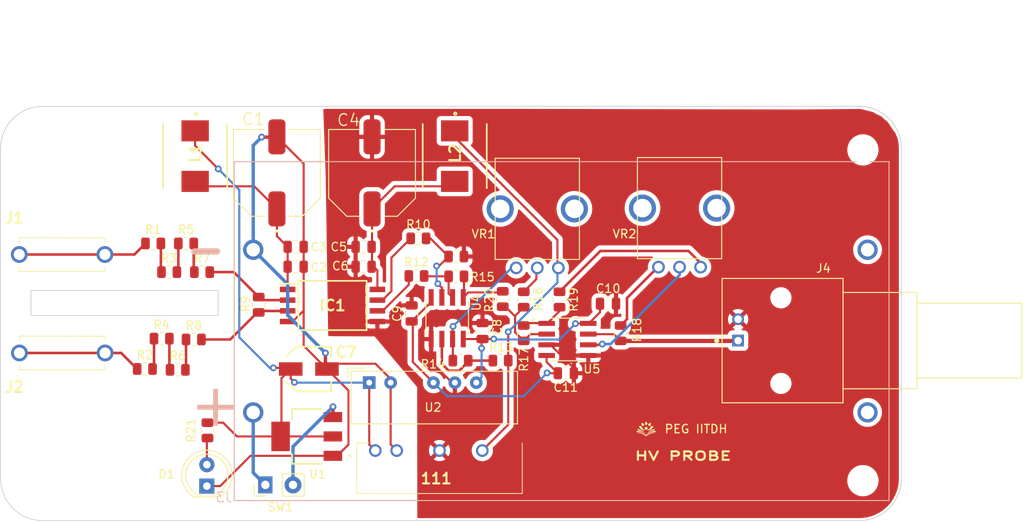
<source format=kicad_pcb>
(kicad_pcb (version 20221018) (generator pcbnew)
  (layers (0 "F.Cu" signal) (31 "B.Cu" signal) (34 "B.Paste" user) (35 "F.Paste" user) (36 "B.SilkS" user "B.Silkscreen") (37 "F.SilkS" user "F.Silkscreen") (38 "B.Mask" user) (39 "F.Mask" user) (44 "Edge.Cuts" user))
  (net 0 "")
  (net 1 "+5V")
  (net 2 "GND")
  (net 3 "+5V-a")
  (net 4 "Net-(D1-A)")
  (net 5 "+15V")
  (net 6 "GND1")
  (net 7 "+5V_re")
  (net 8 "+5V_le")
  (net 9 "Net-(R1-Pad2)")
  (net 10 "Net-(R2-Pad2)")
  (net 11 "Net-(R3-Pad2)")
  (net 12 "Net-(R4-Pad2)")
  (net 13 "Net-(R5-Pad2)")
  (net 14 "Net-(R6-Pad2)")
  (net 15 "Net-(IC1-VINP)")
  (net 16 "Net-(IC1-VINN)")
  (net 17 "Net-(J1-Pin_1)")
  (net 18 "-5V")
  (net 19 "+7V from battery")
  (net 20 "Net-(J2-Pin_1)")
  (net 21 "-15V")
  (net 22 "V-iso")
  (net 23 "V+iso")
  (net 24 "Net-(J4-In)")
  (net 25 "Net-(U4-POSA)")
  (net 26 "Net-(U4-NEGA)")
  (net 27 "Net-(U4-NEGB)")
  (net 28 "Net-(U4-OUTA)")
  (net 29 "Net-(R18-Pad1)")
  (net 30 "Net-(R19-Pad1)")
  (net 31 "Net-(U5-NEGA)")
  (net 32 "Net-(U5-OUTA)")
  (net 33 "Net-(SW1-B)")
  (net 34 "Net-(R20-Pad2)")
  (net 35 "Net-(U5-NEGB)")
  (footprint "22uf:EEE0GA101SR" (layer "F.Cu") (at 133.51625 111.11)
    (fp_text reference "C7" (at 4.42 -1.99) (layer "F.SilkS") (effects (font (size 1.27 1.27) (thickness 0.254))))
    (fp_text value "22uF" hide)
    (pad "1" smd rect (at -2.15 0 90) (size 1.6 2.8) (layers "F.Cu" "F.Paste" "F.Mask") (net 7 "+5V_re"))
    (pad "2" smd rect (at 2.15 0 90) (size 1.6 2.8) (layers "F.Cu" "F.Paste" "F.Mask") (net 6 "GND1"))
  )
  (footprint "MountingHole:MountingHole_3.2mm_M3" (layer "F.Cu") (at 102.01625 85.11)
    (fp_text reference "H1" hide)
    (fp_text value "MountingHole")
    (pad "" np_thru_hole circle (at 0 0) (size 3.2 3.2) (drill 3.2) (layers "*.Cu" "*.Mask"))
  )
  (footprint "banana jack:1050752001" (layer "F.Cu") (at 99.17625 109.205)
    (fp_text reference "J2" (at -0.61 4.045 180) (layer "F.SilkS") (effects (font (size 1.27 1.27) (thickness 0.254))))
    (fp_text value "Conn_01x01_Male" hide)
    (pad "1" thru_hole circle (at 0 0) (size 1.981 1.981) (drill 1.3208) (layers "*.Cu" "*.Mask") (net 20 "Net-(J2-Pin_1)"))
    (pad "1" thru_hole circle (at 10.16 0) (size 1.981 1.981) (drill 1.3208) (layers "*.Cu" "*.Mask") (net 20 "Net-(J2-Pin_1)"))
  )
  (footprint "Capacitor_SMD:C_0805_2012Metric" (layer "F.Cu") (at 145.71625 104.51 -90)
    (fp_text reference "C9" (at 0.02 1.72 90) (layer "F.SilkS"))
    (fp_text value "0.1uF")
    (pad "1" smd roundrect (at -0.95 0 270) (size 1 1.45) (layers "F.Cu" "F.Paste" "F.Mask") (net 2 "GND"))
    (pad "2" smd roundrect (at 0.95 0 270) (size 1 1.45) (layers "F.Cu" "F.Paste" "F.Mask") (net 21 "-15V"))
  )
  (footprint "coaxial:TE_227161-1" (layer "F.Cu") (at 184.45625 107.74 -90)
    (fp_text reference "J4" (at -8.57 -10.13 -180) (layer "F.SilkS") (effects (font (size 1.001016 1.001016))))
    (fp_text value "Conn_Coaxial")
    (pad "" np_thru_hole circle (at -5.08 -5.08 270) (size 2.01 2.01) (drill 2.01) (layers "*.Cu" "*.Mask"))
    (pad "" np_thru_hole circle (at 5.08 -5.08 270) (size 2.01 2.01) (drill 2.01) (layers "*.Cu" "*.Mask"))
    (pad "1" thru_hole rect (at 0 0 270) (size 1.398 1.398) (drill 0.89) (layers "*.Cu" "*.Mask") (net 24 "Net-(J4-In)"))
    (pad "2" thru_hole circle (at -2.54 0 270) (size 1.398 1.398) (drill 0.89) (layers "*.Cu" "*.Mask") (net 2 "GND"))
  )
  (footprint "MountingHole:MountingHole_3.2mm_M3" (layer "F.Cu") (at 102.01625 124.11)
    (fp_text reference "H2" hide)
    (fp_text value "MountingHole")
    (pad "" np_thru_hole circle (at 0 0) (size 3.2 3.2) (drill 3.2) (layers "*.Cu" "*.Mask"))
  )
  (footprint "Resistor_SMD:R_0805_2012Metric" (layer "F.Cu") (at 121.48625 118.39 -90)
    (fp_text reference "R21" (at 0 1.95 90) (layer "F.SilkS"))
    (fp_text value "4.7k")
    (pad "1" smd roundrect (at -0.9125 0 270) (size 1.025 1.4) (layers "F.Cu" "F.Paste" "F.Mask") (roundrect_rratio 0.243902439) (net 7 "+5V_re"))
    (pad "2" smd roundrect (at 0.9125 0 270) (size 1.025 1.4) (layers "F.Cu" "F.Paste" "F.Mask") (roundrect_rratio 0.243902439) (net 4 "Net-(D1-A)"))
  )
  (footprint "Resistor_SMD:R_0805_2012Metric" (layer "F.Cu") (at 114.05625 111.105)
    (fp_text reference "R2" (at 0 -1.65) (layer "F.SilkS"))
    (fp_text value "0.25Meg")
    (pad "1" smd roundrect (at -0.9125 0) (size 1.025 1.4) (layers "F.Cu" "F.Paste" "F.Mask") (roundrect_rratio 0.243902439) (net 20 "Net-(J2-Pin_1)"))
    (pad "2" smd roundrect (at 0.9125 0) (size 1.025 1.4) (layers "F.Cu" "F.Paste" "F.Mask") (roundrect_rratio 0.243902439) (net 10 "Net-(R2-Pad2)"))
  )
  (footprint "Resistor_SMD:R_0805_2012Metric" (layer "F.Cu") (at 156.52625 102.8 -90)
    (fp_text reference "R16" (at 0 -4.22 90) (layer "F.SilkS"))
    (fp_text value "50k")
    (pad "1" smd roundrect (at -0.9125 0 270) (size 1.025 1.4) (layers "F.Cu" "F.Paste" "F.Mask") (roundrect_rratio 0.243902439) (net 28 "Net-(U4-OUTA)"))
    (pad "2" smd roundrect (at 0.9125 0 270) (size 1.025 1.4) (layers "F.Cu" "F.Paste" "F.Mask") (roundrect_rratio 0.243902439) (net 31 "Net-(U5-NEGA)"))
  )
  (footprint "banana jack:1050752001" (layer "F.Cu") (at 99.15375 97.52)
    (fp_text reference "J1" (at -0.5875 -4.36) (layer "F.SilkS") (effects (font (size 1.27 1.27) (thickness 0.254))))
    (fp_text value "Conn_01x01_Male" hide)
    (pad "1" thru_hole circle (at 0 0) (size 1.981 1.981) (drill 1.3208) (layers "*.Cu" "*.Mask") (net 17 "Net-(J1-Pin_1)"))
    (pad "1" thru_hole circle (at 10.16 0) (size 1.981 1.981) (drill 1.3208) (layers "*.Cu" "*.Mask") (net 17 "Net-(J1-Pin_1)"))
  )
  (footprint "MountingHole:MountingHole_3.2mm_M3" (layer "F.Cu") (at 199.26625 85.11)
    (fp_text reference "H4" hide)
    (fp_text value "MountingHole")
    (pad "" np_thru_hole circle (at 0 0) (size 3.2 3.2) (drill 3.2) (layers "*.Cu" "*.Mask"))
  )
  (footprint "logo:IITDh logo" (layer "F.Cu") (at 173.53625 118.212113)
    (fp_text reference "G***" hide)
    (fp_text value "LOGO" hide)
  )
  (footprint "Resistor_SMD:R_0805_2012Metric" (layer "F.Cu") (at 151.51625 110.11 180)
    (fp_text reference "R14" (at 3.28 -0.43) (layer "F.SilkS"))
    (fp_text value "50k")
    (pad "1" smd roundrect (at -0.9125 0 180) (size 1.025 1.4) (layers "F.Cu" "F.Paste" "F.Mask") (roundrect_rratio 0.243902439) (net 27 "Net-(U4-NEGB)"))
    (pad "2" smd roundrect (at 0.9125 0 180) (size 1.025 1.4) (layers "F.Cu" "F.Paste" "F.Mask") (roundrect_rratio 0.243902439) (net 18 "-5V"))
  )
  (footprint "Capacitor_SMD:C_0805_2012Metric" (layer "F.Cu") (at 140.01625 98.97 180)
    (fp_text reference "C6" (at 2.76 0.09) (layer "F.SilkS"))
    (fp_text value "0.01uF")
    (pad "1" smd roundrect (at -0.95 0 180) (size 1 1.45) (layers "F.Cu" "F.Paste" "F.Mask") (net 3 "+5V-a"))
    (pad "2" smd roundrect (at 0.95 0 180) (size 1 1.45) (layers "F.Cu" "F.Paste" "F.Mask") (net 2 "GND"))
  )
  (footprint "Resistor_SMD:R_0805_2012Metric" (layer "F.Cu") (at 159.01625 102.86 90)
    (fp_text reference "R20" (at -0.08 -4.09 90) (layer "F.SilkS"))
    (fp_text value "50k")
    (pad "1" smd roundrect (at -0.9125 0 90) (size 1.025 1.4) (layers "F.Cu" "F.Paste" "F.Mask") (roundrect_rratio 0.243902439) (net 31 "Net-(U5-NEGA)"))
    (pad "2" smd roundrect (at 0.9125 0 90) (size 1.025 1.4) (layers "F.Cu" "F.Paste" "F.Mask") (roundrect_rratio 0.243902439) (net 34 "Net-(R20-Pad2)"))
  )
  (footprint "Resistor_SMD:R_0805_2012Metric" (layer "F.Cu") (at 151.01625 100.11)
    (fp_text reference "R15" (at 3.1 0.08) (layer "F.SilkS"))
    (fp_text value "50k")
    (pad "1" smd roundrect (at -0.9125 0) (size 1.025 1.4) (layers "F.Cu" "F.Paste" "F.Mask") (roundrect_rratio 0.243902439) (net 26 "Net-(U4-NEGA)"))
    (pad "2" smd roundrect (at 0.9125 0) (size 1.025 1.4) (layers "F.Cu" "F.Paste" "F.Mask") (roundrect_rratio 0.243902439) (net 28 "Net-(U4-OUTA)"))
  )
  (footprint "MountingHole:MountingHole_3.2mm_M3" (layer "F.Cu") (at 199.26625 124.36)
    (fp_text reference "H3" hide)
    (fp_text value "MountingHole")
    (pad "" np_thru_hole circle (at 0 0) (size 3.2 3.2) (drill 3.2) (layers "*.Cu" "*.Mask"))
  )
  (footprint "Resistor_SMD:R_0805_2012Metric" (layer "F.Cu") (at 156.26625 110.11 180)
    (fp_text reference "R13" (at -0.07 1.59) (layer "F.SilkS"))
    (fp_text value "50k")
    (pad "1" smd roundrect (at -0.9125 0 180) (size 1.025 1.4) (layers "F.Cu" "F.Paste" "F.Mask") (roundrect_rratio 0.243902439) (net 8 "+5V_le"))
    (pad "2" smd roundrect (at 0.9125 0 180) (size 1.025 1.4) (layers "F.Cu" "F.Paste" "F.Mask") (roundrect_rratio 0.243902439) (net 27 "Net-(U4-NEGB)"))
  )
  (footprint "Resistor_SMD:R_0805_2012Metric" (layer "F.Cu") (at 163.26625 102.86 -90)
    (fp_text reference "R19" (at 0 -1.65 90) (layer "F.SilkS"))
    (fp_text value "50k")
    (pad "1" smd roundrect (at -0.9125 0 270) (size 1.025 1.4) (layers "F.Cu" "F.Paste" "F.Mask") (roundrect_rratio 0.243902439) (net 30 "Net-(R19-Pad1)"))
    (pad "2" smd roundrect (at 0.9125 0 270) (size 1.025 1.4) (layers "F.Cu" "F.Paste" "F.Mask") (roundrect_rratio 0.243902439) (net 32 "Net-(U5-OUTA)"))
  )
  (footprint "470uf:CAPAE1030X1050N" (layer "F.Cu") (at 129.72625 87.835 90)
    (fp_text reference "C1" (at 6.385 -2.79 180) (layer "F.SilkS") (effects (font (size 1.4 1.4))))
    (fp_text value "470uF")
    (pad "1" smd roundrect (at -4.275 0 90) (size 4.16 2.03) (layers "F.Cu" "F.Paste" "F.Mask") (net 1 "+5V"))
    (pad "2" smd roundrect (at 4.275 0 90) (size 4.16 2.03) (layers "F.Cu" "F.Paste" "F.Mask") (net 6 "GND1"))
  )
  (footprint "LF353:SOIC127P599X175-8N" (layer "F.Cu") (at 149.93625 105.085 -90)
    (fp_text reference "U4" (at -1.865 -3.46 90) (layer "F.SilkS"))
    (fp_text value "LF353M")
    (pad "1" smd roundrect (at -2.47 -1.905 270) (size 1.97 0.6) (layers "F.Cu" "F.Paste" "F.Mask") (roundrect_rratio 0.07) (net 28 "Net-(U4-OUTA)"))
    (pad "2" smd roundrect (at -2.47 -0.635 270) (size 1.97 0.6) (layers "F.Cu" "F.Paste" "F.Mask") (roundrect_rratio 0.07) (net 26 "Net-(U4-NEGA)"))
    (pad "3" smd roundrect (at -2.47 0.635 270) (size 1.97 0.6) (layers "F.Cu" "F.Paste" "F.Mask") (roundrect_rratio 0.07) (net 25 "Net-(U4-POSA)"))
    (pad "4" smd roundrect (at -2.47 1.905 270) (size 1.97 0.6) (layers "F.Cu" "F.Paste" "F.Mask") (roundrect_rratio 0.07) (net 21 "-15V"))
    (pad "5" smd roundrect (at 2.47 1.905 270) (size 1.97 0.6) (layers "F.Cu" "F.Paste" "F.Mask") (roundrect_rratio 0.07) (net 2 "GND"))
    (pad "6" smd roundrect (at 2.47 0.635 270) (size 1.97 0.6) (layers "F.Cu" "F.Paste" "F.Mask") (roundrect_rratio 0.07) (net 27 "Net-(U4-NEGB)"))
    (pad "7" smd roundrect (at 2.47 -0.635 270) (size 1.97 0.6) (layers "F.Cu" "F.Paste" "F.Mask") (roundrect_rratio 0.07) (net 18 "-5V"))
    (pad "8" smd roundrect (at 2.47 -1.905 270) (size 1.97 0.6) (layers "F.Cu" "F.Paste" "F.Mask") (roundrect_rratio 0.07) (net 5 "+15V"))
  )
  (footprint "trim:PTV09" (layer "F.Cu") (at 160.62625 99.10475)
    (fp_text reference "VR1" (at -6.39 -4.01475) (layer "F.SilkS"))
    (fp_text value "PTV09A-4225F-B104")
    (pad "1" thru_hole circle (at -2.5 0) (size 1.508 1.508) (drill 1) (layers "*.Cu" "*.Mask") (net 18 "-5V"))
    (pad "2" thru_hole circle (at 0 0) (size 1.508 1.508) (drill 1) (layers "*.Cu" "*.Mask") (net 34 "Net-(R20-Pad2)"))
    (pad "3" thru_hole circle (at 2.5 0) (size 1.508 1.508) (drill 1) (layers "*.Cu" "*.Mask") (net 8 "+5V_le"))
    (pad "NC1" thru_hole circle (at -4.4 -7) (size 3.216 3.216) (drill 2.2) (layers "*.Cu" "*.Mask"))
    (pad "NC2" thru_hole circle (at 4.4 -7) (size 3.216 3.216) (drill 2.2) (layers "*.Cu" "*.Mask"))
  )
  (footprint "470uf:CAPAE1030X1050N" (layer "F.Cu") (at 141.01625 87.835 90)
    (fp_text reference "C4" (at 6.265 -2.79 180) (layer "F.SilkS") (effects (font (size 1.4 1.4))))
    (fp_text value "470uF")
    (pad "1" smd roundrect (at -4.275 0 90) (size 4.16 2.03) (layers "F.Cu" "F.Paste" "F.Mask") (net 3 "+5V-a"))
    (pad "2" smd roundrect (at 4.275 0 90) (size 4.16 2.03) (layers "F.Cu" "F.Paste" "F.Mask") (net 2 "GND"))
  )
  (footprint "LF353:SOIC127P599X175-8N" (layer "F.Cu") (at 164.20625 107.6)
    (fp_text reference "U5" (at 2.9 3.51) (layer "F.SilkS"))
    (fp_text value "LF353M")
    (pad "1" smd roundrect (at -2.47 -1.905) (size 1.97 0.6) (layers "F.Cu" "F.Paste" "F.Mask") (roundrect_rratio 0.07) (net 32 "Net-(U5-OUTA)"))
    (pad "2" smd roundrect (at -2.47 -0.635) (size 1.97 0.6) (layers "F.Cu" "F.Paste" "F.Mask") (roundrect_rratio 0.07) (net 31 "Net-(U5-NEGA)"))
    (pad "3" smd roundrect (at -2.47 0.635) (size 1.97 0.6) (layers "F.Cu" "F.Paste" "F.Mask") (roundrect_rratio 0.07) (net 2 "GND"))
    (pad "4" smd roundrect (at -2.47 1.905) (size 1.97 0.6) (layers "F.Cu" "F.Paste" "F.Mask") (roundrect_rratio 0.07) (net 21 "-15V"))
    (pad "5" smd roundrect (at 2.47 1.905) (size 1.97 0.6) (layers "F.Cu" "F.Paste" "F.Mask") (roundrect_rratio 0.07) (net 2 "GND"))
    (pad "6" smd roundrect (at 2.47 0.635) (size 1.97 0.6) (layers "F.Cu" "F.Paste" "F.Mask") (roundrect_rratio 0.07) (net 35 "Net-(U5-NEGB)"))
    (pad "7" smd roundrect (at 2.47 -0.635) (size 1.97 0.6) (layers "F.Cu" "F.Paste" "F.Mask") (roundrect_rratio 0.07) (net 24 "Net-(J4-In)"))
    (pad "8" smd roundrect (at 2.47 -1.905) (size 1.97 0.6) (layers "F.Cu" "F.Paste" "F.Mask") (roundrect_rratio 0.07) (net 5 "+15V"))
  )
  (footprint "Resistor_SMD:R_0805_2012Metric" (layer "F.Cu") (at 146.28625 100.07)
    (fp_text reference "R12" (at 0 -1.65) (layer "F.SilkS"))
    (fp_text value "50k")
    (pad "1" smd roundrect (at -0.9125 0) (size 1.025 1.4) (layers "F.Cu" "F.Paste" "F.Mask") (roundrect_rratio 0.243902439) (net 22 "V-iso"))
    (pad "2" smd roundrect (at 0.9125 0) (size 1.025 1.4) (layers "F.Cu" "F.Paste" "F.Mask") (roundrect_rratio 0.243902439) (net 26 "Net-(U4-NEGA)"))
  )
  (footprint "Resistor_SMD:R_0805_2012Metric" (layer "F.Cu") (at 146.51625 95.61)
    (fp_text reference "R10" (at 0 -1.65) (layer "F.SilkS"))
    (fp_text value "50k")
    (pad "1" smd roundrect (at -0.9125 0) (size 1.025 1.4) (layers "F.Cu" "F.Paste" "F.Mask") (roundrect_rratio 0.243902439) (net 23 "V+iso"))
    (pad "2" smd roundrect (at 0.9125 0) (size 1.025 1.4) (layers "F.Cu" "F.Paste" "F.Mask") (roundrect_rratio 0.243902439) (net 25 "Net-(U4-POSA)"))
  )
  (footprint "LED_THT:LED_D5.0mm" (layer "F.Cu") (at 121.41625 125 90)
    (fp_text reference "D1" (at 1.41 -4.79) (layer "F.SilkS"))
    (fp_text value "LED")
    (pad "1" thru_hole rect (at 0 0 90) (size 1.8 1.8) (drill 0.9) (layers "*.Cu" "*.Mask") (net 6 "GND1"))
    (pad "2" thru_hole circle (at 2.54 0 90) (size 1.8 1.8) (drill 0.9) (layers "*.Cu" "*.Mask") (net 4 "Net-(D1-A)"))
  )
  (footprint "Converter_DCDC:Converter_DCDC_Murata_NMAxxxxSC_THT" (layer "F.Cu") (at 140.68375 112.7275 90)
    (fp_text reference "U2" (at -2.9325 7.5725) (layer "F.SilkS"))
    (fp_text value "5-15v")
    (pad "1" thru_hole rect (at 0 0 90) (size 1.5 1.5) (drill 0.7) (layers "*.Cu" "*.Mask") (net 7 "+5V_re"))
    (pad "2" thru_hole oval (at 0 2.54 90) (size 1.5 1.5) (drill 0.7) (layers "*.Cu" "*.Mask") (net 6 "GND1"))
    (pad "3" thru_hole oval (at 0 7.62 90) (size 1.5 1.5) (drill 0.7) (layers "*.Cu" "*.Mask") (net 21 "-15V"))
    (pad "4" thru_hole oval (at 0 10.16 90) (size 1.5 1.5) (drill 0.7) (layers "*.Cu" "*.Mask") (net 2 "GND"))
    (pad "5" thru_hole oval (at 0 12.7 90) (size 1.5 1.5) (drill 0.7) (layers "*.Cu" "*.Mask") (net 5 "+15V"))
  )
  (footprint "Resistor_SMD:R_0805_2012Metric" (layer "F.Cu") (at 117.95625 111.205)
    (fp_text reference "R6" (at 0 -1.65) (layer "F.SilkS"))
    (fp_text value "0.25Meg")
    (pad "1" smd roundrect (at -0.9125 0) (size 1.025 1.4) (layers "F.Cu" "F.Paste" "F.Mask") (roundrect_rratio 0.243902439) (net 12 "Net-(R4-Pad2)"))
    (pad "2" smd roundrect (at 0.9125 0) (size 1.025 1.4) (layers "F.Cu" "F.Paste" "F.Mask") (roundrect_rratio 0.243902439) (net 14 "Net-(R6-Pad2)"))
  )
  (footprint "Resistor_SMD:R_0805_2012Metric" (layer "F.Cu") (at 120.84375 99.61)
    (fp_text reference "R7" (at 0 -1.65) (layer "F.SilkS"))
    (fp_text value "0.25Meg")
    (pad "1" smd roundrect (at -0.9125 0) (size 1.025 1.4) (layers "F.Cu" "F.Paste" "F.Mask") (roundrect_rratio 0.243902439) (net 13 "Net-(R5-Pad2)"))
    (pad "2" smd roundrect (at 0.9125 0) (size 1.025 1.4) (layers "F.Cu" "F.Paste" "F.Mask") (roundrect_rratio 0.243902439) (net 15 "Net-(IC1-VINP)"))
  )
  (footprint "Capacitor_SMD:C_0805_2012Metric" (layer "F.Cu") (at 154.12625 106.6 -90)
    (fp_text reference "C8" (at -0.46 -1.74 90) (layer "F.SilkS"))
    (fp_text value "0.1uF")
    (pad "1" smd roundrect (at -0.95 0 270) (size 1 1.45) (layers "F.Cu" "F.Paste" "F.Mask") (net 2 "GND"))
    (pad "2" smd roundrect (at 0.95 0 270) (size 1 1.45) (layers "F.Cu" "F.Paste" "F.Mask") (net 5 "+15V"))
  )
  (footprint "Capacitor_SMD:C_0805_2012Metric" (layer "F.Cu") (at 164.01625 111.61 180)
    (fp_text reference "C11" (at 0.01 -1.68) (layer "F.SilkS"))
    (fp_text value "0.1uF")
    (pad "1" smd roundrect (at -0.95 0 180) (size 1 1.45) (layers "F.Cu" "F.Paste" "F.Mask") (net 2 "GND"))
    (pad "2" smd roundrect (at 0.95 0 180) (size 1 1.45) (layers "F.Cu" "F.Paste" "F.Mask") (net 21 "-15V"))
  )
  (footprint "Resistor_SMD:R_0805_2012Metric" (layer "F.Cu") (at 116.94375 99.61)
    (fp_text reference "R3" (at 0 -1.65) (layer "F.SilkS"))
    (fp_text value "0.25Meg")
    (pad "1" smd roundrect (at -0.9125 0) (size 1.025 1.4) (layers "F.Cu" "F.Paste" "F.Mask") (roundrect_rratio 0.243902439) (net 9 "Net-(R1-Pad2)"))
    (pad "2" smd roundrect (at 0.9125 0) (size 1.025 1.4) (layers "F.Cu" "F.Paste" "F.Mask") (roundrect_rratio 0.243902439) (net 11 "Net-(R3-Pad2)"))
  )
  (footprint "AMC1301:SOIC127P1150X280-8N" (layer "F.Cu") (at 136.32625 103.57)
    (fp_text reference "IC1" (at 0 0) (layer "F.SilkS") (effects (font (size 1.27 1.27) (thickness 0.254))))
    (fp_text value "AMC1301SDWV" hide)
    (pad "1" smd rect (at -5.325 -1.905 90) (size 0.65 1.85) (layers "F.Cu" "F.Paste" "F.Mask") (net 1 "+5V"))
    (pad "2" smd rect (at -5.325 -0.635 90) (size 0.65 1.85) (layers "F.Cu" "F.Paste" "F.Mask") (net 15 "Net-(IC1-VINP)"))
    (pad "3" smd rect (at -5.325 0.635 90) (size 0.65 1.85) (layers "F.Cu" "F.Paste" "F.Mask") (net 16 "Net-(IC1-VINN)"))
    (pad "4" smd rect (at -5.325 1.905 90) (size 0.65 1.85) (layers "F.Cu" "F.Paste" "F.Mask") (net 6 "GND1"))
    (pad "5" smd rect (at 5.325 1.905 90) (size 0.65 1.85) (layers "F.Cu" "F.Paste" "F.Mask") (net 2 "GND"))
    (pad "6" smd rect (at 5.325 0.635 90) (size 0.65 1.85) (layers "F.Cu" "F.Paste" "F.Mask") (net 22 "V-iso"))
    (pad "7" smd rect (at 5.325 -0.635 90) (size 0.65 1.85) (layers "F.Cu" "F.Paste" "F.Mask") (net 23 "V+iso"))
    (pad "8" smd rect (at 5.325 -1.905 90) (size 0.65 1.85) (layers "F.Cu" "F.Paste" "F.Mask") (net 3 "+5V-a"))
  )
  (footprint "Capacitor_SMD:C_0805_2012Metric" (layer "F.Cu") (at 131.95125 96.61)
    (fp_text reference "C3" (at 2.745 0.03) (layer "F.SilkS"))
    (fp_text value "0.01uF")
    (pad "1" smd roundrect (at -0.95 0) (size 1 1.45) (layers "F.Cu" "F.Paste" "F.Mask") (net 1 "+5V"))
    (pad "2" smd roundrect (at 0.95 0) (size 1 1.45) (layers "F.Cu" "F.Paste" "F.Mask") (net 6 "GND1"))
  )
  (footprint "Resistor_SMD:R_0805_2012Metric" (layer "F.Cu") (at 170.51625 106.86 -90)
    (fp_text reference "R18" (at -0.38 -1.94 90) (layer "F.SilkS"))
    (fp_text value "50k")
    (pad "1" smd roundrect (at -0.9125 0 270) (size 1.025 1.4) (layers "F.Cu" "F.Paste" "F.Mask") (roundrect_rratio 0.243902439) (net 29 "Net-(R18-Pad1)"))
    (pad "2" smd roundrect (at 0.9125 0 270) (size 1.025 1.4) (layers "F.Cu" "F.Paste" "F.Mask") (roundrect_rratio 0.243902439) (net 24 "Net-(J4-In)"))
  )
  (footprint "inductor:DR74" (layer "F.Cu") (at 120.02625 85.846 -90)
    (fp_text reference "L1" (at -0.347 -0.054 -90) (layer "F.SilkS") (effects (font (size 1.27 1.27) (thickness 0.254))))
    (fp_text value "1mH" hide)
    (pad "1" smd rect (at -3 0 270) (size 2.5 3.25) (layers "F.Cu" "F.Paste" "F.Mask") (net 7 "+5V_re"))
    (pad "2" smd rect (at 3 0 270) (size 2.5 3.25) (layers "F.Cu" "F.Paste" "F.Mask") (net 1 "+5V"))
  )
  (footprint "Resistor_SMD:R_0805_2012Metric" (layer "F.Cu") (at 159.01625 106.86 90)
    (fp_text reference "R17" (at -3.11 0.01 90) (layer "F.SilkS"))
    (fp_text value "50k")
    (pad "1" smd roundrect (at -0.9125 0 90) (size 1.025 1.4) (layers "F.Cu" "F.Paste" "F.Mask") (roundrect_rratio 0.243902439) (net 31 "Net-(U5-NEGA)"))
    (pad "2" smd roundrect (at 0.9125 0 90) (size 1.025 1.4) (layers "F.Cu" "F.Paste" "F.Mask") (roundrect_rratio 0.243902439) (net 32 "Net-(U5-OUTA)"))
  )
  (footprint "inductor:DR74" (layer "F.Cu") (at 150.82625 85.846 -90)
    (fp_text reference "L2" (at -0.347 -0.054 -90) (layer "F.SilkS") (effects (font (size 1.27 1.27) (thickness 0.254))))
    (fp_text value "1mH" hide)
    (pad "1" smd rect (at -3 0 270) (size 2.5 3.25) (layers "F.Cu" "F.Paste" "F.Mask") (net 8 "+5V_le"))
    (pad "2" smd rect (at 3 0 270) (size 2.5 3.25) (layers "F.Cu" "F.Paste" "F.Mask") (net 3 "+5V-a"))
  )
  (footprint "5v-5v:B0505LS1WR3" (layer "F.Cu") (at 141.40125 120.785)
    (fp_text reference "111" (at 7.235 3.325) (layer "F.SilkS") (effects (font (size 1.27 1.27) (thickness 0.254))))
    (fp_text value "B0505LS-1WR3" hide)
    (pad "1" thru_hole circle (at 0 0) (size 1.5 1.5) (drill 1) (layers "*.Cu" "*.Mask") (net 7 "+5V_re"))
    (pad "2" thru_hole circle (at 2.54 0) (size 1.5 1.5) (drill 1) (layers "*.Cu" "*.Mask") (net 6 "GND1"))
    (pad "4" thru_hole circle (at 7.62 0) (size 1.5 1.5) (drill 1) (layers "*.Cu" "*.Mask") (net 2 "GND"))
    (pad "6" thru_hole circle (at 12.7 0) (size 1.5 1.5) (drill 1) (layers "*.Cu" "*.Mask") (net 8 "+5V_le"))
  )
  (footprint "Capacitor_SMD:C_0805_2012Metric" (layer "F.Cu") (at 131.95125 98.97)
    (fp_text reference "C2" (at 2.735 0.07) (layer "F.SilkS"))
    (fp_text value "0.1uF")
    (pad "1" smd roundrect (at -0.95 0) (size 1 1.45) (layers "F.Cu" "F.Paste" "F.Mask") (net 1 "+5V"))
    (pad "2" smd roundrect (at 0.95 0) (size 1 1.45) (layers "F.Cu" "F.Paste" "F.Mask") (net 6 "GND1"))
  )
  (footprint "Connector_PinHeader_2.54mm:PinHeader_1x02_P2.54mm_Vertical" (layer "F.Cu") (at 128.35625 124.855 90)
    (fp_text reference "SW1" (at -2.625 1.78) (layer "F.SilkS"))
    (fp_text value "SW_SPST")
    (pad "1" thru_hole rect (at 0 0 90) (size 2 1.7) (drill 1) (layers "*.Cu" "*.Mask") (net 19 "+7V from battery"))
    (pad "2" thru_hole circle (at -0.01 3.28 90) (size 2 2) (drill 1) (layers "*.Cu" "*.Mask") (net 33 "Net-(SW1-B)"))
  )
  (footprint "Resistor_SMD:R_0805_2012Metric" (layer "F.Cu") (at 116.05625 107.505)
    (fp_text reference "R4" (at 0 -1.65) (layer "F.SilkS"))
    (fp_text value "0.25Meg")
    (pad "1" smd roundrect (at -0.9125 0) (size 1.025 1.4) (layers "F.Cu" "F.Paste" "F.Mask") (roundrect_rratio 0.243902439) (net 10 "Net-(R2-Pad2)"))
    (pad "2" smd roundrect (at 0.9125 0) (size 1.025 1.4) (layers "F.Cu" "F.Paste" "F.Mask") (roundrect_rratio 0.243902439) (net 12 "Net-(R4-Pad2)"))
  )
  (footprint "Capacitor_SMD:C_0805_2012Metric" (layer "F.Cu") (at 140.01625 96.61 180)
    (fp_text reference "C5" (at 2.95 -0.01) (layer "F.SilkS"))
    (fp_text value "0.1uF")
    (pad "1" smd roundrect (at -0.95 0 180) (size 1 1.45) (layers "F.Cu" "F.Paste" "F.Mask") (net 3 "+5V-a"))
    (pad "2" smd roundrect (at 0.95 0 180) (size 1 1.45) (layers "F.Cu" "F.Paste" "F.Mask") (net 2 "GND"))
  )
  (footprint "Resistor_SMD:R_0805_2012Metric" (layer "F.Cu") (at 115.04375 96.21)
    (fp_text reference "R1" (at 0 -1.65) (layer "F.SilkS"))
    (fp_text value "0.25Meg")
    (pad "1" smd roundrect (at -0.9125 0) (size 1.025 1.4) (layers "F.Cu" "F.Paste" "F.Mask") (roundrect_rratio 0.243902439) (net 17 "Net-(J1-Pin_1)"))
    (pad "2" smd roundrect (at 0.9125 0) (size 1.025 1.4) (layers "F.Cu" "F.Paste" "F.Mask") (roundrect_rratio 0.243902439) (net 9 "Net-(R1-Pad2)"))
  )
  (footprint "LDO:SOT230P700X185-4N" (layer "F.Cu") (at 133.26625 119.11 180)
    (fp_text reference "U1" (at -1.275 -4.485) (layer "F.SilkS"))
    (fp_text value "AZ1117IH-3.3TRG1")
    (pad "1" smd rect (at -3.1 -2.3 180) (size 2.2 1.2) (layers "F.Cu" "F.Paste" "F.Mask") (net 6 "GND1"))
    (pad "2" smd rect (at -3.1 0 180) (size 2.2 1.2) (layers "F.Cu" "F.Paste" "F.Mask") (net 7 "+5V_re"))
    (pad "3" smd rect (at -3.1 2.3 180) (size 2.2 1.2) (layers "F.Cu" "F.Paste" "F.Mask") (net 33 "Net-(SW1-B)"))
    (pad "4" smd rect (at 3.1 0 180) (size 2.2 3.5) (layers "F.Cu" "F.Paste" "F.Mask") (net 7 "+5V_re"))
  )
  (footprint "Resistor_SMD:R_0805_2012Metric" (layer "F.Cu") (at 118.94375 96.21)
    (fp_text reference "R5" (at 0 -1.65) (layer "F.SilkS"))
    (fp_text value "0.25Meg")
    (pad "1" smd roundrect (at -0.9125 0) (size 1.025 1.4) (layers "F.Cu" "F.Paste" "F.Mask") (roundrect_rratio 0.243902439) (net 11 "Net-(R3-Pad2)"))
    (pad "2" smd roundrect (at 0.9125 0) (size 1.025 1.4) (layers "F.Cu" "F.Paste" "F.Mask") (roundrect_rratio 0.243902439) (net 13 "Net-(R5-Pad2)"))
  )
  (footprint "Capacitor_SMD:C_0805_2012Metric" (layer "F.Cu") (at 169.01625 103.36 180)
    (fp_text reference "C10" (at -0.02 1.8) (layer "F.SilkS"))
    (fp_text value "0.1uF")
    (pad "1" smd roundrect (at -0.95 0 180) (size 1 1.45) (layers "F.Cu" "F.Paste" "F.Mask") (net 2 "GND"))
    (pad "2" smd roundrect (at 0.95 0 180) (size 1 1.45) (layers "F.Cu" "F.Paste" "F.Mask") (net 5 "+15V"))
  )
  (footprint "trim:PTV09" (layer "F.Cu") (at 177.50625 99.01475)
    (fp_text reference "VR2" (at -6.53 -3.93475) (layer "F.SilkS"))
    (fp_text value "PTV09A-4225F-B104")
    (pad "1" thru_hole circle (at -2.5 0) (size 1.508 1.508) (drill 1) (layers "*.Cu" "*.Mask") (net 29 "Net-(R18-Pad1)"))
    (pad "2" thru_hole circle (at 0 0) (size 1.508 1.508) (drill 1) (layers "*.Cu" "*.Mask") (net 35 "Net-(U5-NEGB)"))
    (pad "3" thru_hole circle (at 2.5 0) (size 1.508 1.508) (drill 1) (layers "*.Cu" "*.Mask") (net 30 "Net-(R19-Pad1)"))
    (pad "NC1" thru_hole circle (at -4.4 -7) (size 3.216 3.216) (drill 2.2) (layers "*.Cu" "*.Mask"))
    (pad "NC2" thru_hole circle (at 4.4 -7) (size 3.216 3.216) (drill 2.2) (layers "*.Cu" "*.Mask"))
  )
  (footprint "Resistor_SMD:R_0805_2012Metric" (layer "F.Cu") (at 127.56625 103.4825 -90)
    (fp_text reference "R9" (at -0.0825 1.55 90) (layer "F.SilkS"))
    (fp_text value "1k")
    (pad "1" smd roundrect (at -0.9125 0 270) (size 1.025 1.4) (layers "F.Cu" "F.Paste" "F.Mask") (roundrect_rratio 0.243902439) (net 15 "Net-(IC1-VINP)"))
    (pad "2" smd roundrect (at 0.9125 0 270) (size 1.025 1.4) (layers "F.Cu" "F.Paste" "F.Mask") (roundrect_rratio 0.243902439) (net 16 "Net-(IC1-VINN)"))
  )
  (footprint "Resistor_SMD:R_0805_2012Metric" (layer "F.Cu") (at 151.00625 97.76)
    (fp_text reference "R11" hide)
    (fp_text value "50k")
    (pad "1" smd roundrect (at -0.9125 0) (size 1.025 1.4) (layers "F.Cu" "F.Paste" "F.Mask") (roundrect_rratio 0.243902439) (net 25 "Net-(U4-POSA)"))
    (pad "2" smd roundrect (at 0.9125 0) (size 1.025 1.4) (layers "F.Cu" "F.Paste" "F.Mask") (roundrect_rratio 0.243902439) (net 2 "GND"))
  )
  (footprint "Resistor_SMD:R_0805_2012Metric" (layer "F.Cu") (at 119.85625 107.605)
    (fp_text reference "R8" (at 0 -1.65) (layer "F.SilkS"))
    (fp_text value "0.25Meg")
    (pad "1" smd roundrect (at -0.9125 0) (size 1.025 1.4) (layers "F.Cu" "F.Paste" "F.Mask") (roundrect_rratio 0.243902439) (net 14 "Net-(R6-Pad2)"))
    (pad "2" smd roundrect (at 0.9125 0) (size 1.025 1.4) (layers "F.Cu" "F.Paste" "F.Mask") (roundrect_rratio 0.243902439) (net 16 "Net-(IC1-VINN)"))
  )
  (footprint "2S-18650-Holder:BAT_BK-18650-PC4" (layer "B.Cu") (at 163.51625 106.61)
    (fp_text reference "J3" (at -39 20.41 180) (layer "B.SilkS") (effects (font (size 1.1684 1.1684) (thickness 0.1016)) (justify left bottom mirror)))
    (fp_text value "Conn_01x02_Male")
    (fp_text user "+" (at -44 6 180 unlocked) (layer "B.SilkS") (effects (font (size 5 5) (thickness 0.1)) (justify left bottom mirror)))
    (fp_text user "-" (at -44.899796 -11 180 unlocked) (layer "B.SilkS") (effects (font (size 3 3.5) (thickness 0.75) bold) (justify left bottom mirror)))
    (pad "1" thru_hole circle (at -36.6 9.65) (size 2.4 2.4) (drill 1.6) (layers "*.Cu" "*.Mask") (net 19 "+7V from battery"))
    (pad "2" thru_hole circle (at -36.6 -9.65) (size 2.4 2.4) (drill 1.6) (layers "*.Cu" "*.Mask") (net 6 "GND1"))
    (pad "3" thru_hole circle (at 36.3 -9.65) (size 2.4 2.4) (drill 1.6) (layers "*.Cu" "*.Mask"))
    (pad "3" thru_hole circle (at 36.3 9.65) (size 2.4 2.4) (drill 1.6) (layers "*.Cu" "*.Mask"))
  )
  (gr_arc (start 101.93625 129.1) (mid 98.400716 127.635534) (end 96.93625 124.1) (stroke (width 0.1)) (layer "Edge.Cuts"))
  (gr_arc (start 96.93625 84.94) (mid 98.400719 81.404484) (end 101.93625 79.94) (stroke (width 0.1)) (layer "Edge.Cuts"))
  (gr_line (start 198.83625 129.1) (end 101.93625 129.1) (stroke (width 0.1)) (layer "Edge.Cuts"))
  (gr_line (start 101.93625 79.94) (end 198.83625 79.94) (stroke (width 0.1)) (layer "Edge.Cuts"))
  (gr_arc (start 203.83625 124.1) (mid 202.371784 127.635534) (end 198.83625 129.1) (stroke (width 0.1)) (layer "Edge.Cuts"))
  (gr_rect (start 100.53625 101.77) (end 122.75625 104.77) (stroke (width 0.1)) (fill none) (layer "Edge.Cuts"))
  (gr_arc (start 198.83625 79.94) (mid 202.371784 81.404466) (end 203.83625 84.94) (stroke (width 0.1)) (layer "Edge.Cuts"))
  (gr_line (start 203.83625 84.94) (end 203.83625 124.1) (stroke (width 0.1)) (layer "Edge.Cuts"))
  (gr_line (start 96.93625 124.1) (end 96.93625 84.94) (stroke (width 0.1)) (layer "Edge.Cuts"))
  (gr_text "PEG IITDH\n" (at 175.65625 118.81) (layer "F.SilkS") (effects (font (size 1 1)) (justify left bottom)))
  (gr_text "HV PROBE" (at 172.04625 122.02) (layer "F.SilkS") (effects (font (size 1 1.5) (thickness 0.25) bold) (justify left bottom)))
  (segment (start 120.01625 89.4294) (end 127.04565 89.4294) (width 0.25) (layer "F.Cu") (net 1))
  (segment (start 127.04565 89.4294) (end 129.72625 92.11) (width 0.25) (layer "F.Cu") (net 1))
  (segment (start 131.00125 98.97) (end 131.00125 101.665) (width 0.25) (layer "F.Cu") (net 1))
  (segment (start 131.00125 96.61) (end 131.00125 98.97) (width 0.25) (layer "F.Cu") (net 1))
  (segment (start 129.72625 92.11) (end 129.72625 95.335) (width 0.25) (layer "F.Cu") (net 1))
  (segment (start 129.72625 95.335) (end 131.00125 96.61) (width 0.25) (layer "F.Cu") (net 1))
  (segment (start 150.50375 112.7275) (end 150.84375 112.7275) (width 0.25) (layer "F.Cu") (net 2))
  (segment (start 148.03125 107.555) (end 148.01625 107.57) (width 0.25) (layer "F.Cu") (net 2))
  (segment (start 148.01625 110.24) (end 150.50375 112.7275) (width 0.25) (layer "F.Cu") (net 2))
  (segment (start 161.73625 108.235) (end 162.186266 108.235) (width 0.25) (layer "F.Cu") (net 2))
  (segment (start 164.96625 111.014984) (end 164.96625 111.61) (width 0.25) (layer "F.Cu") (net 2))
  (segment (start 148.01625 107.57) (end 148.01625 110.24) (width 0.25) (layer "F.Cu") (net 2))
  (segment (start 162.186266 108.235) (end 164.96625 111.014984) (width 0.25) (layer "F.Cu") (net 2))
  (segment (start 141.01625 98.77) (end 141.65125 99.405) (width 0.25) (layer "F.Cu") (net 3))
  (segment (start 141.65125 99.405) (end 141.65125 101.665) (width 0.25) (layer "F.Cu") (net 3))
  (segment (start 141.01625 92.11) (end 143.69685 89.4294) (width 0.25) (layer "F.Cu") (net 3))
  (segment (start 141.01625 92.11) (end 141.01625 98.77) (width 0.25) (layer "F.Cu") (net 3))
  (segment (start 143.69685 89.4294) (end 151.01625 89.4294) (width 0.25) (layer "F.Cu") (net 3))
  (segment (start 121.48625 119.3025) (end 121.41625 119.3725) (width 0.25) (layer "F.Cu") (net 4))
  (segment (start 121.41625 119.3725) (end 121.41625 122.46) (width 0.25) (layer "F.Cu") (net 4))
  (segment (start 168.06625 104.375) (end 168.06625 103.36) (width 0.25) (layer "F.Cu") (net 5))
  (segment (start 151.84125 107.555) (end 154.12125 107.555) (width 0.25) (layer "F.Cu") (net 5))
  (segment (start 154.12125 107.555) (end 154.12625 107.55) (width 0.25) (layer "F.Cu") (net 5))
  (segment (start 155.45625 107.55) (end 154.12625 107.55) (width 0.25) (layer "F.Cu") (net 5))
  (segment (start 165.15625 105.72) (end 165.17125 105.705) (width 0.25) (layer "F.Cu") (net 5))
  (segment (start 154.01625 108.65) (end 154.01625 107.66) (width 0.25) (layer "F.Cu") (net 5))
  (segment (start 154.01625 107.66) (end 154.12625 107.55) (width 0.25) (layer "F.Cu") (net 5))
  (segment (start 166.73625 105.705) (end 168.06625 104.375) (width 0.25) (layer "F.Cu") (net 5))
  (segment (start 165.17125 105.705) (end 166.73625 105.705) (width 0.25) (layer "F.Cu") (net 5))
  (via (at 165.15625 105.72) (size 0.8) (drill 0.4) (layers "F.Cu" "B.Cu") (net 5))
  (via (at 155.45625 107.55) (size 0.8) (drill 0.4) (layers "F.Cu" "B.Cu") (net 5))
  (via (at 154.01625 108.65) (size 0.8) (drill 0.4) (layers "F.Cu" "B.Cu") (net 5))
  (segment (start 163.26625 107.61) (end 155.51625 107.61) (width 0.25) (layer "B.Cu") (net 5))
  (segment (start 155.51625 107.61) (end 155.45625 107.55) (width 0.25) (layer "B.Cu") (net 5))
  (segment (start 165.15625 105.72) (end 163.26625 107.61) (width 0.25) (layer "B.Cu") (net 5))
  (segment (start 154.01625 112.095) (end 153.38375 112.7275) (width 0.25) (layer "B.Cu") (net 5))
  (segment (start 154.01625 108.65) (end 154.01625 112.095) (width 0.25) (layer "B.Cu") (net 5))
  (segment (start 132.90125 108.345) (end 135.66625 111.11) (width 0.25) (layer "F.Cu") (net 6))
  (segment (start 135.66625 111.11) (end 138.21625 113.66) (width 0.25) (layer "F.Cu") (net 6))
  (segment (start 143.22375 112.7275) (end 143.22375 120.0675) (width 0.25) (layer "F.Cu") (net 6))
  (segment (start 126.58625 121.41) (end 136.36625 121.41) (width 0.25) (layer "F.Cu") (net 6))
  (segment (start 143.22375 112.2875) (end 143.22375 112.7275) (width 0.25) (layer "F.Cu") (net 6))
  (segment (start 127.91625 83.59) (end 129.69625 83.59) (width 0.4) (layer "F.Cu") (net 6))
  (segment (start 132.90125 104.175) (end 132.90125 108.345) (width 0.25) (layer "F.Cu") (net 6))
  (segment (start 129.69625 83.59) (end 129.72625 83.56) (width 0.4) (layer "F.Cu") (net 6))
  (segment (start 138.21625 113.66) (end 138.21625 120.08) (width 0.25) (layer "F.Cu") (net 6))
  (segment (start 136.29625 110.48) (end 141.41625 110.48) (width 0.25) (layer "F.Cu") (net 6))
  (segment (start 122.99625 125) (end 126.58625 121.41) (width 0.25) (layer "F.Cu") (net 6))
  (segment (start 132.90125 86.735) (end 132.90125 96.61) (width 0.25) (layer "F.Cu") (net 6))
  (segment (start 135.48625 109.21) (end 135.48625 110.93) (width 0.4) (layer "F.Cu") (net 6))
  (segment (start 132.90125 98.97) (end 132.90125 104.175) (width 0.25) (layer "F.Cu") (net 6))
  (segment (start 136.88625 121.41) (end 136.36625 121.41) (width 0.25) (layer "F.Cu") (net 6))
  (segment (start 132.90125 104.175) (end 131.60125 105.475) (width 0.25) (layer "F.Cu") (net 6))
  (segment (start 135.48625 110.93) (end 135.66625 111.11) (width 0.4) (layer "F.Cu") (net 6))
  (segment (start 143.22375 120.0675) (end 143.94125 120.785) (width 0.25) (layer "F.Cu") (net 6))
  (segment (start 135.66625 111.11) (end 136.29625 110.48) (width 0.25) (layer "F.Cu") (net 6))
  (segment (start 141.41625 110.48) (end 143.22375 112.2875) (width 0.25) (layer "F.Cu") (net 6))
  (segment (start 129.72625 83.56) (end 132.90125 86.735) (width 0.25) (layer "F.Cu") (net 6))
  (segment (start 138.21625 120.08) (end 136.88625 121.41) (width 0.25) (layer "F.Cu") (net 6))
  (segment (start 121.41625 125) (end 122.99625 125) (width 0.25) (layer "F.Cu") (net 6))
  (segment (start 132.90125 96.61) (end 132.90125 98.97) (width 0.25) (layer "F.Cu") (net 6))
  (segment (start 131.60125 105.475) (end 131.00125 105.475) (width 0.25) (layer "F.Cu") (net 6))
  (via (at 135.48625 109.21) (size 0.8) (drill 0.4) (layers "F.Cu" "B.Cu") (net 6))
  (via (at 127.91625 83.59) (size 0.8) (drill 0.4) (layers "F.Cu" "B.Cu") (net 6))
  (segment (start 131.00625 101.05) (end 131.00625 104.73) (width 0.4) (layer "B.Cu") (net 6))
  (segment (start 127.91625 83.59) (end 126.91625 84.59) (width 0.4) (layer "B.Cu") (net 6))
  (segment (start 126.91625 96.96) (end 131.00625 101.05) (width 0.4) (layer "B.Cu") (net 6))
  (segment (start 126.91625 84.59) (end 126.91625 96.96) (width 0.4) (layer "B.Cu") (net 6))
  (segment (start 131.00625 104.73) (end 135.48625 109.21) (width 0.4) (layer "B.Cu") (net 6))
  (segment (start 131.80625 112.69) (end 131.36625 112.25) (width 0.25) (layer "F.Cu") (net 7))
  (segment (start 123.34375 117.4775) (end 124.97625 119.11) (width 0.25) (layer "F.Cu") (net 7))
  (segment (start 120.01625 84.61) (end 122.76625 87.36) (width 0.25) (layer "F.Cu") (net 7))
  (segment (start 131.36625 111.11) (end 130.26625 112.21) (width 0.25) (layer "F.Cu") (net 7))
  (segment (start 140.68375 112.7275) (end 140.68375 120.0675) (width 0.25) (layer "F.Cu") (net 7))
  (segment (start 130.26625 119.01) (end 130.16625 119.11) (width 0.25) (layer "F.Cu") (net 7))
  (segment (start 120.01625 83.7906) (end 120.01625 84.61) (width 0.25) (layer "F.Cu") (net 7))
  (segment (start 121.48625 117.4775) (end 123.34375 117.4775) (width 0.25) (layer "F.Cu") (net 7))
  (segment (start 131.22625 110.97) (end 131.36625 111.11) (width 0.25) (layer "F.Cu") (net 7))
  (segment (start 129.30625 110.97) (end 131.22625 110.97) (width 0.25) (layer "F.Cu") (net 7))
  (segment (start 140.68375 120.0675) (end 141.40125 120.785) (width 0.25) (layer "F.Cu") (net 7))
  (segment (start 130.16625 119.11) (end 136.36625 119.11) (width 0.25) (layer "F.Cu") (net 7))
  (segment (start 124.97625 119.11) (end 130.16625 119.11) (width 0.25) (layer "F.Cu") (net 7))
  (segment (start 131.36625 112.25) (end 131.36625 111.11) (width 0.25) (layer "F.Cu") (net 7))
  (segment (start 130.26625 112.21) (end 130.26625 119.01) (width 0.25) (layer "F.Cu") (net 7))
  (via (at 131.80625 112.69) (size 0.8) (drill 0.4) (layers "F.Cu" "B.Cu") (net 7))
  (via (at 129.30625 110.97) (size 0.8) (drill 0.4) (layers "F.Cu" "B.Cu") (net 7))
  (via (at 122.76625 87.36) (size 0.8) (drill 0.4) (layers "F.Cu" "B.Cu") (net 7))
  (segment (start 125.26625 89.86) (end 122.76625 87.36) (width 0.25) (layer "B.Cu") (net 7))
  (segment (start 128.87625 110.97) (end 125.26625 107.36) (width 0.25) (layer "B.Cu") (net 7))
  (segment (start 125.26625 107.36) (end 125.26625 89.86) (width 0.25) (layer "B.Cu") (net 7))
  (segment (start 131.84375 112.7275) (end 140.68375 112.7275) (width 0.25) (layer "B.Cu") (net 7))
  (segment (start 131.80625 112.69) (end 131.84375 112.7275) (width 0.25) (layer "B.Cu") (net 7))
  (segment (start 129.30625 110.97) (end 128.87625 110.97) (width 0.25) (layer "B.Cu") (net 7))
  (segment (start 157.17875 106.6975) (end 157.17875 110.11) (width 0.25) (layer "F.Cu") (net 8))
  (segment (start 163.01625 95.7906) (end 151.01625 83.7906) (width 0.25) (layer "F.Cu") (net 8))
  (segment (start 157.17875 117.7075) (end 154.10125 120.785) (width 0.25) (layer "F.Cu") (net 8))
  (segment (start 157.17875 110.11) (end 157.17875 117.7075) (width 0.25) (layer "F.Cu") (net 8))
  (segment (start 163.01625 99.01475) (end 163.01625 95.7906) (width 0.25) (layer "F.Cu") (net 8))
  (via (at 157.17875 106.6975) (size 0.8) (drill 0.4) (layers "F.Cu" "B.Cu") (net 8))
  (segment (start 163.01625 100.86) (end 163.01625 99.01475) (width 0.25) (layer "B.Cu") (net 8))
  (segment (start 157.17875 106.6975) (end 163.01625 100.86) (width 0.25) (layer "B.Cu") (net 8))
  (segment (start 115.95625 99.535) (end 116.03125 99.61) (width 0.3) (layer "F.Cu") (net 9))
  (segment (start 115.95625 96.21) (end 115.95625 99.535) (width 0.3) (layer "F.Cu") (net 9))
  (segment (start 115.14375 110.93) (end 114.96875 111.105) (width 0.3) (layer "F.Cu") (net 10))
  (segment (start 115.14375 107.505) (end 115.14375 110.93) (width 0.3) (layer "F.Cu") (net 10))
  (segment (start 118.03125 99.435) (end 117.85625 99.61) (width 0.3) (layer "F.Cu") (net 11))
  (segment (start 118.03125 96.21) (end 118.03125 99.435) (width 0.3) (layer "F.Cu") (net 11))
  (segment (start 116.96875 107.505) (end 116.96875 111.13) (width 0.3) (layer "F.Cu") (net 12))
  (segment (start 116.96875 111.13) (end 117.04375 111.205) (width 0.3) (layer "F.Cu") (net 12))
  (segment (start 119.85625 99.535) (end 119.93125 99.61) (width 0.3) (layer "F.Cu") (net 13))
  (segment (start 119.85625 96.21) (end 119.85625 99.535) (width 0.3) (layer "F.Cu") (net 13))
  (segment (start 118.94375 107.605) (end 118.94375 111.13) (width 0.3) (layer "F.Cu") (net 14))
  (segment (start 118.94375 111.13) (end 118.86875 111.205) (width 0.25) (layer "F.Cu") (net 14))
  (segment (start 127.93125 102.935) (end 131.00125 102.935) (width 0.3) (layer "F.Cu") (net 15))
  (segment (start 121.75625 99.61) (end 124.60625 99.61) (width 0.3) (layer "F.Cu") (net 15))
  (segment (start 124.60625 99.61) (end 127.93125 102.935) (width 0.3) (layer "F.Cu") (net 15))
  (segment (start 130.98625 104.22) (end 131.00125 104.205) (width 0.3) (layer "F.Cu") (net 16))
  (segment (start 120.76875 107.605) (end 124.19125 107.605) (width 0.3) (layer "F.Cu") (net 16))
  (segment (start 127.57625 104.22) (end 130.98625 104.22) (width 0.3) (layer "F.Cu") (net 16))
  (segment (start 124.19125 107.605) (end 127.57625 104.22) (width 0.3) (layer "F.Cu") (net 16))
  (segment (start 112.82125 97.52) (end 114.13125 96.21) (width 0.3) (layer "F.Cu") (net 17))
  (segment (start 99.15375 97.52) (end 109.31375 97.52) (width 0.3) (layer "F.Cu") (net 17))
  (segment (start 109.31375 97.52) (end 112.82125 97.52) (width 0.3) (layer "F.Cu") (net 17))
  (segment (start 150.62625 106.05) (end 150.57125 106.105) (width 0.25) (layer "F.Cu") (net 18))
  (segment (start 150.60375 107.5875) (end 150.60375 110.11) (width 0.25) (layer "F.Cu") (net 18))
  (segment (start 150.57125 106.105) (end 150.57125 107.555) (width 0.25) (layer "F.Cu") (net 18))
  (segment (start 150.57125 107.555) (end 150.60375 107.5875) (width 0.25) (layer "F.Cu") (net 18))
  (via (at 150.62625 106.05) (size 0.8) (drill 0.4) (layers "F.Cu" "B.Cu") (net 18))
  (segment (start 157.6615 99.01475) (end 158.01625 99.01475) (width 0.25) (layer "B.Cu") (net 18))
  (segment (start 150.62625 106.05) (end 157.6615 99.01475) (width 0.25) (layer "B.Cu") (net 18))
  (segment (start 126.91625 116.26) (end 126.91625 123.415) (width 0.4) (layer "B.Cu") (net 19))
  (segment (start 126.91625 123.415) (end 128.35625 124.855) (width 0.4) (layer "B.Cu") (net 19))
  (segment (start 109.33625 109.205) (end 111.24375 109.205) (width 0.3) (layer "F.Cu") (net 20))
  (segment (start 99.17625 109.205) (end 109.33625 109.205) (width 0.3) (layer "F.Cu") (net 20))
  (segment (start 111.24375 109.205) (end 113.14375 111.105) (width 0.3) (layer "F.Cu") (net 20))
  (segment (start 145.85625 110.28) (end 145.85625 105.6) (width 0.25) (layer "F.Cu") (net 21))
  (segment (start 145.85625 105.6) (end 145.71625 105.46) (width 0.25) (layer "F.Cu") (net 21))
  (segment (start 161.78625 111.57) (end 161.82625 111.61) (width 0.25) (layer "F.Cu") (net 21))
  (segment (start 145.85625 110.28) (end 148.30375 112.7275) (width 0.25) (layer "F.Cu") (net 21))
  (segment (start 161.82625 111.61) (end 163.06625 111.61) (width 0.25) (layer "F.Cu") (net 21))
  (segment (start 163.06625 111.61) (end 161.73625 110.28) (width 0.25) (layer "F.Cu") (net 21))
  (segment (start 145.71625 105.46) (end 148.03125 103.145) (width 0.25) (layer "F.Cu") (net 21))
  (segment (start 161.73625 110.28) (end 161.73625 109.505) (width 0.25) (layer "F.Cu") (net 21))
  (segment (start 148.03125 103.145) (end 148.03125 102.615) (width 0.25) (layer "F.Cu") (net 21))
  (via (at 161.78625 111.57) (size 0.8) (drill 0.4) (layers "F.Cu" "B.Cu") (net 21))
  (segment (start 161.78625 111.57) (end 159.02625 114.33) (width 0.25) (layer "B.Cu") (net 21))
  (segment (start 149.90625 114.33) (end 148.30375 112.7275) (width 0.25) (layer "B.Cu") (net 21))
  (segment (start 159.02625 114.33) (end 149.90625 114.33) (width 0.25) (layer "B.Cu") (net 21))
  (segment (start 145.60375 100.11) (end 145.56375 100.07) (width 0.25) (layer "F.Cu") (net 22))
  (segment (start 141.65125 104.205) (end 142.28125 104.205) (width 0.25) (layer "F.Cu") (net 22))
  (segment (start 145.37375 100.07) (end 145.37375 101.1125) (width 0.25) (layer "F.Cu") (net 22))
  (segment (start 145.56375 100.07) (end 145.37375 100.07) (width 0.25) (layer "F.Cu") (net 22))
  (segment (start 145.37375 101.1125) (end 142.28125 104.205) (width 0.25) (layer "F.Cu") (net 22))
  (segment (start 141.65125 102.935) (end 142.28125 102.935) (width 0.25) (layer "F.Cu") (net 23))
  (segment (start 143.31625 97.8975) (end 143.31625 101.87) (width 0.25) (layer "F.Cu") (net 23))
  (segment (start 145.60375 95.61) (end 143.31625 97.8975) (width 0.25) (layer "F.Cu") (net 23))
  (segment (start 142.25125 102.935) (end 141.65125 102.935) (width 0.25) (layer "F.Cu") (net 23))
  (segment (start 143.31625 101.87) (end 142.25125 102.935) (width 0.25) (layer "F.Cu") (net 23))
  (segment (start 184.41625 107.78) (end 184.45625 107.74) (width 0.5) (layer "F.Cu") (net 24))
  (segment (start 169.71875 106.975) (end 170.51625 107.7725) (width 0.25) (layer "F.Cu") (net 24))
  (segment (start 170.52375 107.78) (end 184.41625 107.78) (width 0.5) (layer "F.Cu") (net 24))
  (segment (start 166.73625 106.975) (end 169.71875 106.975) (width 0.25) (layer "F.Cu") (net 24))
  (segment (start 170.51625 107.7725) (end 170.52375 107.78) (width 0.25) (layer "F.Cu") (net 24))
  (segment (start 148.67625 98.88) (end 148.97375 98.88) (width 0.25) (layer "F.Cu") (net 25))
  (segment (start 148.97375 98.88) (end 150.09375 97.76) (width 0.25) (layer "F.Cu") (net 25))
  (segment (start 149.30125 101.465) (end 149.30125 102.615) (width 0.25) (layer "F.Cu") (net 25))
  (segment (start 150.09375 97.76) (end 147.94375 95.61) (width 0.25) (layer "F.Cu") (net 25))
  (segment (start 148.82125 100.985) (end 149.30125 101.465) (width 0.25) (layer "F.Cu") (net 25))
  (segment (start 147.94375 95.61) (end 147.42875 95.61) (width 0.25) (layer "F.Cu") (net 25))
  (via (at 148.67625 98.88) (size 0.8) (drill 0.4) (layers "F.Cu" "B.Cu") (net 25))
  (via (at 148.82125 100.985) (size 0.8) (drill 0.4) (layers "F.Cu" "B.Cu") (net 25))
  (segment (start 148.67625 98.88) (end 148.67625 100.84) (width 0.25) (layer "B.Cu") (net 25))
  (segment (start 148.67625 100.84) (end 148.82125 100.985) (width 0.25) (layer "B.Cu") (net 25))
  (segment (start 147.42875 100.11) (end 149.85375 100.11) (width 0.25) (layer "F.Cu") (net 26))
  (segment (start 149.85375 100.11) (end 150.10375 99.86) (width 0.25) (layer "F.Cu") (net 26))
  (segment (start 150.10375 100.11) (end 150.10375 102.1475) (width 0.25) (layer "F.Cu") (net 26))
  (segment (start 150.10375 102.1475) (end 150.57125 102.615) (width 0.25) (layer "F.Cu") (net 26))
  (segment (start 150.11625 111.31) (end 151.35625 111.31) (width 0.3) (layer "F.Cu") (net 27))
  (segment (start 149.30125 107.555) (end 149.30125 110.495) (width 0.3) (layer "F.Cu") (net 27))
  (segment (start 151.35625 111.31) (end 152.42875 110.2375) (width 0.3) (layer "F.Cu") (net 27))
  (segment (start 152.42875 110.11) (end 155.35375 110.11) (width 0.3) (layer "F.Cu") (net 27))
  (segment (start 149.30125 110.495) (end 150.11625 111.31) (width 0.3) (layer "F.Cu") (net 27))
  (segment (start 152.42875 110.2375) (end 152.42875 110.11) (width 0.3) (layer "F.Cu") (net 27))
  (segment (start 156.39375 102.02) (end 156.52625 101.8875) (width 0.25) (layer "F.Cu") (net 28))
  (segment (start 151.84125 102.615) (end 152.43625 102.02) (width 0.25) (layer "F.Cu") (net 28))
  (segment (start 152.43625 102.02) (end 156.39375 102.02) (width 0.25) (layer "F.Cu") (net 28))
  (segment (start 151.92875 102.5275) (end 151.84125 102.615) (width 0.25) (layer "F.Cu") (net 28))
  (segment (start 151.92875 100.11) (end 151.92875 102.5275) (width 0.25) (layer "F.Cu") (net 28))
  (segment (start 174.85625 99.1) (end 171.27025 102.686) (width 0.3) (layer "F.Cu") (net 29))
  (segment (start 171.27025 105.1935) (end 170.51625 105.9475) (width 0.3) (layer "F.Cu") (net 29))
  (segment (start 175.00625 99.1) (end 174.85625 99.1) (width 0.3) (layer "F.Cu") (net 29))
  (segment (start 171.27025 102.686) (end 171.27025 105.1935) (width 0.3) (layer "F.Cu") (net 29))
  (segment (start 180.00625 98.54) (end 180.00625 99.1) (width 0.3) (layer "F.Cu") (net 30))
  (segment (start 163.26625 101.9475) (end 168.11375 97.1) (width 0.3) (layer "F.Cu") (net 30))
  (segment (start 178.56625 97.1) (end 180.00625 98.54) (width 0.3) (layer "F.Cu") (net 30))
  (segment (start 168.11375 97.1) (end 178.56625 97.1) (width 0.3) (layer "F.Cu") (net 30))
  (segment (start 159.01625 107.7725) (end 159.81375 106.975) (width 0.25) (layer "F.Cu") (net 31))
  (segment (start 159.01625 103.7725) (end 157.99125 104.7975) (width 0.25) (layer "F.Cu") (net 31))
  (segment (start 157.99125 104.7975) (end 157.99125 104.86) (width 0.25) (layer "F.Cu") (net 31))
  (segment (start 156.89375 103.7625) (end 157.99125 104.86) (width 0.25) (layer "F.Cu") (net 31))
  (segment (start 159.81375 106.975) (end 161.79625 106.975) (width 0.25) (layer "F.Cu") (net 31))
  (segment (start 156.59625 103.7625) (end 156.89375 103.7625) (width 0.25) (layer "F.Cu") (net 31))
  (segment (start 157.99125 106.7475) (end 159.01625 107.7725) (width 0.25) (layer "F.Cu") (net 31))
  (segment (start 157.97625 104.86) (end 157.99125 104.86) (width 0.25) (layer "F.Cu") (net 31))
  (segment (start 157.99125 104.86) (end 157.99125 106.7475) (width 0.25) (layer "F.Cu") (net 31))
  (segment (start 161.79625 105.705) (end 163.26625 104.235) (width 0.25) (layer "F.Cu") (net 32))
  (segment (start 159.01625 105.9475) (end 159.30375 105.66) (width 0.25) (layer "F.Cu") (net 32))
  (segment (start 161.70125 105.66) (end 161.73625 105.695) (width 0.25) (layer "F.Cu") (net 32))
  (segment (start 159.30375 105.66) (end 161.70125 105.66) (width 0.25) (layer "F.Cu") (net 32))
  (segment (start 163.26625 104.235) (end 163.26625 103.7725) (width 0.25) (layer "F.Cu") (net 32))
  (segment (start 136.38625 115.58) (end 136.38625 116.79) (width 0.4) (layer "F.Cu") (net 33))
  (segment (start 136.38625 116.79) (end 136.36625 116.81) (width 0.4) (layer "F.Cu") (net 33))
  (via (at 136.38625 115.58) (size 0.8) (drill 0.4) (layers "F.Cu" "B.Cu") (net 33))
  (segment (start 131.63625 120.33) (end 136.38625 115.58) (width 0.4) (layer "B.Cu") (net 33))
  (segment (start 131.63625 124.865) (end 131.63625 120.33) (width 0.4) (layer "B.Cu") (net 33))
  (segment (start 160.51625 100.4475) (end 159.01625 101.9475) (width 0.25) (layer "F.Cu") (net 34))
  (segment (start 160.51625 99.01475) (end 160.51625 100.4475) (width 0.25) (layer "F.Cu") (net 34))
  (segment (start 168.33625 108.15) (end 168.24125 108.245) (width 0.3) (layer "F.Cu") (net 35))
  (segment (start 168.24125 108.245) (end 166.73625 108.245) (width 0.3) (layer "F.Cu") (net 35))
  (via (at 168.33625 108.15) (size 0.8) (drill 0.4) (layers "F.Cu" "B.Cu") (net 35))
  (segment (start 168.33625 108.15) (end 169.31625 108.15) (width 0.3) (layer "B.Cu") (net 35))
  (segment (start 169.31625 108.15) (end 177.50625 99.96) (width 0.3) (layer "B.Cu") (net 35))
  (segment (start 177.50625 99.96) (end 177.50625 99.1) (width 0.3) (layer "B.Cu") (net 35))
  (zone (net 2) (net_name "GND") (layer "F.Cu") (connect_pads (clearance 0.508)) (min_thickness 0.25) (fill yes (thermal_gap 0.5) (thermal_bridge_width 0.5))
    (polygon (pts (xy 135.22625 80.19) (xy 135.51625 88.11) (xy 135.81625 107.21) (xy 141.31625 107.24) (xy 146.36625 113.25) (xy 146.38625 128.83) (xy 199.01625 129.11) (xy 199.91625 129.01) (xy 200.41625 128.81) (xy 201.11625 128.51) (xy 201.91625 128.01) (xy 202.51625 127.41) (xy 203.11625 126.51) (xy 203.51625 125.71) (xy 203.71625 124.71) (xy 203.71625 124.11) (xy 203.71625 122.41) (xy 203.61625 85.51) (xy 203.61625 84.71) (xy 203.51625 84.31) (xy 203.41625 83.81) (xy 203.11625 83.11) (xy 202.81625 82.71) (xy 202.21625 81.81) (xy 201.41625 81.11) (xy 200.73625 80.8) (xy 200.81625 80.81) (xy 200.47625 80.63) (xy 199.01625 80.25) (xy 191.41625 80.31)))
  )
)
</source>
